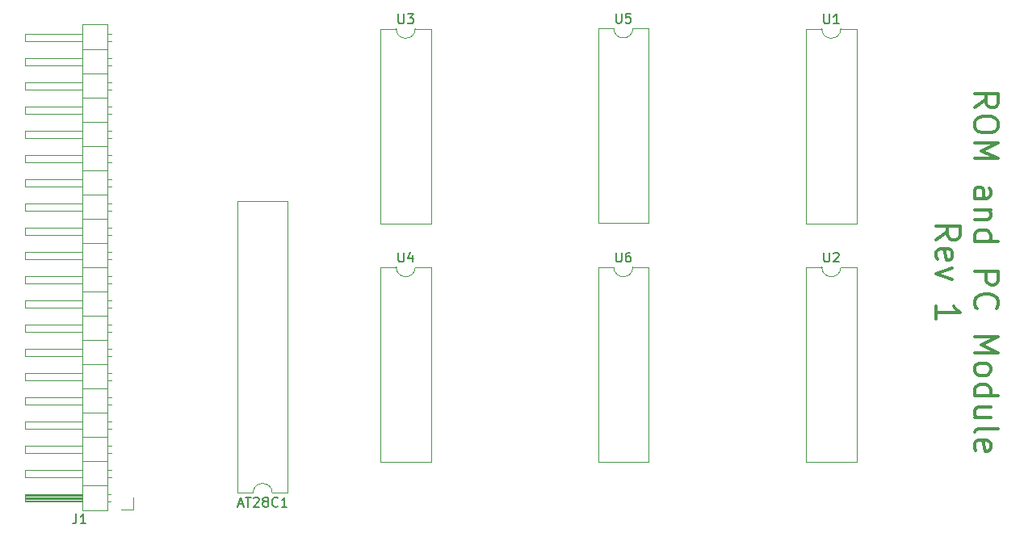
<source format=gbr>
%TF.GenerationSoftware,KiCad,Pcbnew,7.0.9*%
%TF.CreationDate,2024-01-29T12:05:15+11:00*%
%TF.ProjectId,rom-module,726f6d2d-6d6f-4647-956c-652e6b696361,rev?*%
%TF.SameCoordinates,Original*%
%TF.FileFunction,Legend,Top*%
%TF.FilePolarity,Positive*%
%FSLAX46Y46*%
G04 Gerber Fmt 4.6, Leading zero omitted, Abs format (unit mm)*
G04 Created by KiCad (PCBNEW 7.0.9) date 2024-01-29 12:05:15*
%MOMM*%
%LPD*%
G01*
G04 APERTURE LIST*
%ADD10C,0.300000*%
%ADD11C,0.150000*%
%ADD12C,0.120000*%
%ADD13O,1.600000X1.600000*%
%ADD14R,1.600000X1.600000*%
%ADD15O,1.700000X1.700000*%
%ADD16R,1.700000X1.700000*%
G04 APERTURE END LIST*
D10*
X194846552Y-56238094D02*
X196037028Y-55404761D01*
X194846552Y-54809523D02*
X197346552Y-54809523D01*
X197346552Y-54809523D02*
X197346552Y-55761904D01*
X197346552Y-55761904D02*
X197227504Y-55999999D01*
X197227504Y-55999999D02*
X197108457Y-56119046D01*
X197108457Y-56119046D02*
X196870361Y-56238094D01*
X196870361Y-56238094D02*
X196513219Y-56238094D01*
X196513219Y-56238094D02*
X196275123Y-56119046D01*
X196275123Y-56119046D02*
X196156076Y-55999999D01*
X196156076Y-55999999D02*
X196037028Y-55761904D01*
X196037028Y-55761904D02*
X196037028Y-54809523D01*
X197346552Y-57785713D02*
X197346552Y-58261904D01*
X197346552Y-58261904D02*
X197227504Y-58499999D01*
X197227504Y-58499999D02*
X196989409Y-58738094D01*
X196989409Y-58738094D02*
X196513219Y-58857142D01*
X196513219Y-58857142D02*
X195679885Y-58857142D01*
X195679885Y-58857142D02*
X195203695Y-58738094D01*
X195203695Y-58738094D02*
X194965600Y-58499999D01*
X194965600Y-58499999D02*
X194846552Y-58261904D01*
X194846552Y-58261904D02*
X194846552Y-57785713D01*
X194846552Y-57785713D02*
X194965600Y-57547618D01*
X194965600Y-57547618D02*
X195203695Y-57309523D01*
X195203695Y-57309523D02*
X195679885Y-57190475D01*
X195679885Y-57190475D02*
X196513219Y-57190475D01*
X196513219Y-57190475D02*
X196989409Y-57309523D01*
X196989409Y-57309523D02*
X197227504Y-57547618D01*
X197227504Y-57547618D02*
X197346552Y-57785713D01*
X194846552Y-59928571D02*
X197346552Y-59928571D01*
X197346552Y-59928571D02*
X195560838Y-60761904D01*
X195560838Y-60761904D02*
X197346552Y-61595237D01*
X197346552Y-61595237D02*
X194846552Y-61595237D01*
X194846552Y-65761904D02*
X196156076Y-65761904D01*
X196156076Y-65761904D02*
X196394171Y-65642857D01*
X196394171Y-65642857D02*
X196513219Y-65404761D01*
X196513219Y-65404761D02*
X196513219Y-64928571D01*
X196513219Y-64928571D02*
X196394171Y-64690476D01*
X194965600Y-65761904D02*
X194846552Y-65523809D01*
X194846552Y-65523809D02*
X194846552Y-64928571D01*
X194846552Y-64928571D02*
X194965600Y-64690476D01*
X194965600Y-64690476D02*
X195203695Y-64571428D01*
X195203695Y-64571428D02*
X195441790Y-64571428D01*
X195441790Y-64571428D02*
X195679885Y-64690476D01*
X195679885Y-64690476D02*
X195798933Y-64928571D01*
X195798933Y-64928571D02*
X195798933Y-65523809D01*
X195798933Y-65523809D02*
X195917980Y-65761904D01*
X196513219Y-66952381D02*
X194846552Y-66952381D01*
X196275123Y-66952381D02*
X196394171Y-67071428D01*
X196394171Y-67071428D02*
X196513219Y-67309523D01*
X196513219Y-67309523D02*
X196513219Y-67666666D01*
X196513219Y-67666666D02*
X196394171Y-67904762D01*
X196394171Y-67904762D02*
X196156076Y-68023809D01*
X196156076Y-68023809D02*
X194846552Y-68023809D01*
X194846552Y-70285714D02*
X197346552Y-70285714D01*
X194965600Y-70285714D02*
X194846552Y-70047619D01*
X194846552Y-70047619D02*
X194846552Y-69571428D01*
X194846552Y-69571428D02*
X194965600Y-69333333D01*
X194965600Y-69333333D02*
X195084647Y-69214286D01*
X195084647Y-69214286D02*
X195322742Y-69095238D01*
X195322742Y-69095238D02*
X196037028Y-69095238D01*
X196037028Y-69095238D02*
X196275123Y-69214286D01*
X196275123Y-69214286D02*
X196394171Y-69333333D01*
X196394171Y-69333333D02*
X196513219Y-69571428D01*
X196513219Y-69571428D02*
X196513219Y-70047619D01*
X196513219Y-70047619D02*
X196394171Y-70285714D01*
X194846552Y-73380953D02*
X197346552Y-73380953D01*
X197346552Y-73380953D02*
X197346552Y-74333334D01*
X197346552Y-74333334D02*
X197227504Y-74571429D01*
X197227504Y-74571429D02*
X197108457Y-74690476D01*
X197108457Y-74690476D02*
X196870361Y-74809524D01*
X196870361Y-74809524D02*
X196513219Y-74809524D01*
X196513219Y-74809524D02*
X196275123Y-74690476D01*
X196275123Y-74690476D02*
X196156076Y-74571429D01*
X196156076Y-74571429D02*
X196037028Y-74333334D01*
X196037028Y-74333334D02*
X196037028Y-73380953D01*
X195084647Y-77309524D02*
X194965600Y-77190476D01*
X194965600Y-77190476D02*
X194846552Y-76833334D01*
X194846552Y-76833334D02*
X194846552Y-76595238D01*
X194846552Y-76595238D02*
X194965600Y-76238095D01*
X194965600Y-76238095D02*
X195203695Y-76000000D01*
X195203695Y-76000000D02*
X195441790Y-75880953D01*
X195441790Y-75880953D02*
X195917980Y-75761905D01*
X195917980Y-75761905D02*
X196275123Y-75761905D01*
X196275123Y-75761905D02*
X196751314Y-75880953D01*
X196751314Y-75880953D02*
X196989409Y-76000000D01*
X196989409Y-76000000D02*
X197227504Y-76238095D01*
X197227504Y-76238095D02*
X197346552Y-76595238D01*
X197346552Y-76595238D02*
X197346552Y-76833334D01*
X197346552Y-76833334D02*
X197227504Y-77190476D01*
X197227504Y-77190476D02*
X197108457Y-77309524D01*
X194846552Y-80285715D02*
X197346552Y-80285715D01*
X197346552Y-80285715D02*
X195560838Y-81119048D01*
X195560838Y-81119048D02*
X197346552Y-81952381D01*
X197346552Y-81952381D02*
X194846552Y-81952381D01*
X194846552Y-83500000D02*
X194965600Y-83261905D01*
X194965600Y-83261905D02*
X195084647Y-83142858D01*
X195084647Y-83142858D02*
X195322742Y-83023810D01*
X195322742Y-83023810D02*
X196037028Y-83023810D01*
X196037028Y-83023810D02*
X196275123Y-83142858D01*
X196275123Y-83142858D02*
X196394171Y-83261905D01*
X196394171Y-83261905D02*
X196513219Y-83500000D01*
X196513219Y-83500000D02*
X196513219Y-83857143D01*
X196513219Y-83857143D02*
X196394171Y-84095239D01*
X196394171Y-84095239D02*
X196275123Y-84214286D01*
X196275123Y-84214286D02*
X196037028Y-84333334D01*
X196037028Y-84333334D02*
X195322742Y-84333334D01*
X195322742Y-84333334D02*
X195084647Y-84214286D01*
X195084647Y-84214286D02*
X194965600Y-84095239D01*
X194965600Y-84095239D02*
X194846552Y-83857143D01*
X194846552Y-83857143D02*
X194846552Y-83500000D01*
X194846552Y-86476191D02*
X197346552Y-86476191D01*
X194965600Y-86476191D02*
X194846552Y-86238096D01*
X194846552Y-86238096D02*
X194846552Y-85761905D01*
X194846552Y-85761905D02*
X194965600Y-85523810D01*
X194965600Y-85523810D02*
X195084647Y-85404763D01*
X195084647Y-85404763D02*
X195322742Y-85285715D01*
X195322742Y-85285715D02*
X196037028Y-85285715D01*
X196037028Y-85285715D02*
X196275123Y-85404763D01*
X196275123Y-85404763D02*
X196394171Y-85523810D01*
X196394171Y-85523810D02*
X196513219Y-85761905D01*
X196513219Y-85761905D02*
X196513219Y-86238096D01*
X196513219Y-86238096D02*
X196394171Y-86476191D01*
X196513219Y-88738096D02*
X194846552Y-88738096D01*
X196513219Y-87666668D02*
X195203695Y-87666668D01*
X195203695Y-87666668D02*
X194965600Y-87785715D01*
X194965600Y-87785715D02*
X194846552Y-88023810D01*
X194846552Y-88023810D02*
X194846552Y-88380953D01*
X194846552Y-88380953D02*
X194965600Y-88619049D01*
X194965600Y-88619049D02*
X195084647Y-88738096D01*
X194846552Y-90285715D02*
X194965600Y-90047620D01*
X194965600Y-90047620D02*
X195203695Y-89928573D01*
X195203695Y-89928573D02*
X197346552Y-89928573D01*
X194965600Y-92190478D02*
X194846552Y-91952382D01*
X194846552Y-91952382D02*
X194846552Y-91476192D01*
X194846552Y-91476192D02*
X194965600Y-91238097D01*
X194965600Y-91238097D02*
X195203695Y-91119049D01*
X195203695Y-91119049D02*
X196156076Y-91119049D01*
X196156076Y-91119049D02*
X196394171Y-91238097D01*
X196394171Y-91238097D02*
X196513219Y-91476192D01*
X196513219Y-91476192D02*
X196513219Y-91952382D01*
X196513219Y-91952382D02*
X196394171Y-92190478D01*
X196394171Y-92190478D02*
X196156076Y-92309525D01*
X196156076Y-92309525D02*
X195917980Y-92309525D01*
X195917980Y-92309525D02*
X195679885Y-91119049D01*
X190821552Y-70107143D02*
X192012028Y-69273810D01*
X190821552Y-68678572D02*
X193321552Y-68678572D01*
X193321552Y-68678572D02*
X193321552Y-69630953D01*
X193321552Y-69630953D02*
X193202504Y-69869048D01*
X193202504Y-69869048D02*
X193083457Y-69988095D01*
X193083457Y-69988095D02*
X192845361Y-70107143D01*
X192845361Y-70107143D02*
X192488219Y-70107143D01*
X192488219Y-70107143D02*
X192250123Y-69988095D01*
X192250123Y-69988095D02*
X192131076Y-69869048D01*
X192131076Y-69869048D02*
X192012028Y-69630953D01*
X192012028Y-69630953D02*
X192012028Y-68678572D01*
X190940600Y-72130953D02*
X190821552Y-71892857D01*
X190821552Y-71892857D02*
X190821552Y-71416667D01*
X190821552Y-71416667D02*
X190940600Y-71178572D01*
X190940600Y-71178572D02*
X191178695Y-71059524D01*
X191178695Y-71059524D02*
X192131076Y-71059524D01*
X192131076Y-71059524D02*
X192369171Y-71178572D01*
X192369171Y-71178572D02*
X192488219Y-71416667D01*
X192488219Y-71416667D02*
X192488219Y-71892857D01*
X192488219Y-71892857D02*
X192369171Y-72130953D01*
X192369171Y-72130953D02*
X192131076Y-72250000D01*
X192131076Y-72250000D02*
X191892980Y-72250000D01*
X191892980Y-72250000D02*
X191654885Y-71059524D01*
X192488219Y-73083333D02*
X190821552Y-73678571D01*
X190821552Y-73678571D02*
X192488219Y-74273810D01*
X190821552Y-78440476D02*
X190821552Y-77011905D01*
X190821552Y-77726191D02*
X193321552Y-77726191D01*
X193321552Y-77726191D02*
X192964409Y-77488095D01*
X192964409Y-77488095D02*
X192726314Y-77250000D01*
X192726314Y-77250000D02*
X192607266Y-77011905D01*
D11*
X134428095Y-71424819D02*
X134428095Y-72234342D01*
X134428095Y-72234342D02*
X134475714Y-72329580D01*
X134475714Y-72329580D02*
X134523333Y-72377200D01*
X134523333Y-72377200D02*
X134618571Y-72424819D01*
X134618571Y-72424819D02*
X134809047Y-72424819D01*
X134809047Y-72424819D02*
X134904285Y-72377200D01*
X134904285Y-72377200D02*
X134951904Y-72329580D01*
X134951904Y-72329580D02*
X134999523Y-72234342D01*
X134999523Y-72234342D02*
X134999523Y-71424819D01*
X135904285Y-71758152D02*
X135904285Y-72424819D01*
X135666190Y-71377200D02*
X135428095Y-72091485D01*
X135428095Y-72091485D02*
X136047142Y-72091485D01*
X157248095Y-71424819D02*
X157248095Y-72234342D01*
X157248095Y-72234342D02*
X157295714Y-72329580D01*
X157295714Y-72329580D02*
X157343333Y-72377200D01*
X157343333Y-72377200D02*
X157438571Y-72424819D01*
X157438571Y-72424819D02*
X157629047Y-72424819D01*
X157629047Y-72424819D02*
X157724285Y-72377200D01*
X157724285Y-72377200D02*
X157771904Y-72329580D01*
X157771904Y-72329580D02*
X157819523Y-72234342D01*
X157819523Y-72234342D02*
X157819523Y-71424819D01*
X158724285Y-71424819D02*
X158533809Y-71424819D01*
X158533809Y-71424819D02*
X158438571Y-71472438D01*
X158438571Y-71472438D02*
X158390952Y-71520057D01*
X158390952Y-71520057D02*
X158295714Y-71662914D01*
X158295714Y-71662914D02*
X158248095Y-71853390D01*
X158248095Y-71853390D02*
X158248095Y-72234342D01*
X158248095Y-72234342D02*
X158295714Y-72329580D01*
X158295714Y-72329580D02*
X158343333Y-72377200D01*
X158343333Y-72377200D02*
X158438571Y-72424819D01*
X158438571Y-72424819D02*
X158629047Y-72424819D01*
X158629047Y-72424819D02*
X158724285Y-72377200D01*
X158724285Y-72377200D02*
X158771904Y-72329580D01*
X158771904Y-72329580D02*
X158819523Y-72234342D01*
X158819523Y-72234342D02*
X158819523Y-71996247D01*
X158819523Y-71996247D02*
X158771904Y-71901009D01*
X158771904Y-71901009D02*
X158724285Y-71853390D01*
X158724285Y-71853390D02*
X158629047Y-71805771D01*
X158629047Y-71805771D02*
X158438571Y-71805771D01*
X158438571Y-71805771D02*
X158343333Y-71853390D01*
X158343333Y-71853390D02*
X158295714Y-71901009D01*
X158295714Y-71901009D02*
X158248095Y-71996247D01*
X157248095Y-46384819D02*
X157248095Y-47194342D01*
X157248095Y-47194342D02*
X157295714Y-47289580D01*
X157295714Y-47289580D02*
X157343333Y-47337200D01*
X157343333Y-47337200D02*
X157438571Y-47384819D01*
X157438571Y-47384819D02*
X157629047Y-47384819D01*
X157629047Y-47384819D02*
X157724285Y-47337200D01*
X157724285Y-47337200D02*
X157771904Y-47289580D01*
X157771904Y-47289580D02*
X157819523Y-47194342D01*
X157819523Y-47194342D02*
X157819523Y-46384819D01*
X158771904Y-46384819D02*
X158295714Y-46384819D01*
X158295714Y-46384819D02*
X158248095Y-46861009D01*
X158248095Y-46861009D02*
X158295714Y-46813390D01*
X158295714Y-46813390D02*
X158390952Y-46765771D01*
X158390952Y-46765771D02*
X158629047Y-46765771D01*
X158629047Y-46765771D02*
X158724285Y-46813390D01*
X158724285Y-46813390D02*
X158771904Y-46861009D01*
X158771904Y-46861009D02*
X158819523Y-46956247D01*
X158819523Y-46956247D02*
X158819523Y-47194342D01*
X158819523Y-47194342D02*
X158771904Y-47289580D01*
X158771904Y-47289580D02*
X158724285Y-47337200D01*
X158724285Y-47337200D02*
X158629047Y-47384819D01*
X158629047Y-47384819D02*
X158390952Y-47384819D01*
X158390952Y-47384819D02*
X158295714Y-47337200D01*
X158295714Y-47337200D02*
X158248095Y-47289580D01*
X134428095Y-46424819D02*
X134428095Y-47234342D01*
X134428095Y-47234342D02*
X134475714Y-47329580D01*
X134475714Y-47329580D02*
X134523333Y-47377200D01*
X134523333Y-47377200D02*
X134618571Y-47424819D01*
X134618571Y-47424819D02*
X134809047Y-47424819D01*
X134809047Y-47424819D02*
X134904285Y-47377200D01*
X134904285Y-47377200D02*
X134951904Y-47329580D01*
X134951904Y-47329580D02*
X134999523Y-47234342D01*
X134999523Y-47234342D02*
X134999523Y-46424819D01*
X135380476Y-46424819D02*
X135999523Y-46424819D01*
X135999523Y-46424819D02*
X135666190Y-46805771D01*
X135666190Y-46805771D02*
X135809047Y-46805771D01*
X135809047Y-46805771D02*
X135904285Y-46853390D01*
X135904285Y-46853390D02*
X135951904Y-46901009D01*
X135951904Y-46901009D02*
X135999523Y-46996247D01*
X135999523Y-46996247D02*
X135999523Y-47234342D01*
X135999523Y-47234342D02*
X135951904Y-47329580D01*
X135951904Y-47329580D02*
X135904285Y-47377200D01*
X135904285Y-47377200D02*
X135809047Y-47424819D01*
X135809047Y-47424819D02*
X135523333Y-47424819D01*
X135523333Y-47424819D02*
X135428095Y-47377200D01*
X135428095Y-47377200D02*
X135380476Y-47329580D01*
X179048095Y-71424819D02*
X179048095Y-72234342D01*
X179048095Y-72234342D02*
X179095714Y-72329580D01*
X179095714Y-72329580D02*
X179143333Y-72377200D01*
X179143333Y-72377200D02*
X179238571Y-72424819D01*
X179238571Y-72424819D02*
X179429047Y-72424819D01*
X179429047Y-72424819D02*
X179524285Y-72377200D01*
X179524285Y-72377200D02*
X179571904Y-72329580D01*
X179571904Y-72329580D02*
X179619523Y-72234342D01*
X179619523Y-72234342D02*
X179619523Y-71424819D01*
X180048095Y-71520057D02*
X180095714Y-71472438D01*
X180095714Y-71472438D02*
X180190952Y-71424819D01*
X180190952Y-71424819D02*
X180429047Y-71424819D01*
X180429047Y-71424819D02*
X180524285Y-71472438D01*
X180524285Y-71472438D02*
X180571904Y-71520057D01*
X180571904Y-71520057D02*
X180619523Y-71615295D01*
X180619523Y-71615295D02*
X180619523Y-71710533D01*
X180619523Y-71710533D02*
X180571904Y-71853390D01*
X180571904Y-71853390D02*
X180000476Y-72424819D01*
X180000476Y-72424819D02*
X180619523Y-72424819D01*
X179048095Y-46424819D02*
X179048095Y-47234342D01*
X179048095Y-47234342D02*
X179095714Y-47329580D01*
X179095714Y-47329580D02*
X179143333Y-47377200D01*
X179143333Y-47377200D02*
X179238571Y-47424819D01*
X179238571Y-47424819D02*
X179429047Y-47424819D01*
X179429047Y-47424819D02*
X179524285Y-47377200D01*
X179524285Y-47377200D02*
X179571904Y-47329580D01*
X179571904Y-47329580D02*
X179619523Y-47234342D01*
X179619523Y-47234342D02*
X179619523Y-46424819D01*
X180619523Y-47424819D02*
X180048095Y-47424819D01*
X180333809Y-47424819D02*
X180333809Y-46424819D01*
X180333809Y-46424819D02*
X180238571Y-46567676D01*
X180238571Y-46567676D02*
X180143333Y-46662914D01*
X180143333Y-46662914D02*
X180048095Y-46710533D01*
X100656666Y-98849819D02*
X100656666Y-99564104D01*
X100656666Y-99564104D02*
X100609047Y-99706961D01*
X100609047Y-99706961D02*
X100513809Y-99802200D01*
X100513809Y-99802200D02*
X100370952Y-99849819D01*
X100370952Y-99849819D02*
X100275714Y-99849819D01*
X101656666Y-99849819D02*
X101085238Y-99849819D01*
X101370952Y-99849819D02*
X101370952Y-98849819D01*
X101370952Y-98849819D02*
X101275714Y-98992676D01*
X101275714Y-98992676D02*
X101180476Y-99087914D01*
X101180476Y-99087914D02*
X101085238Y-99135533D01*
X117642381Y-97819104D02*
X118118571Y-97819104D01*
X117547143Y-98104819D02*
X117880476Y-97104819D01*
X117880476Y-97104819D02*
X118213809Y-98104819D01*
X118404286Y-97104819D02*
X118975714Y-97104819D01*
X118690000Y-98104819D02*
X118690000Y-97104819D01*
X119261429Y-97200057D02*
X119309048Y-97152438D01*
X119309048Y-97152438D02*
X119404286Y-97104819D01*
X119404286Y-97104819D02*
X119642381Y-97104819D01*
X119642381Y-97104819D02*
X119737619Y-97152438D01*
X119737619Y-97152438D02*
X119785238Y-97200057D01*
X119785238Y-97200057D02*
X119832857Y-97295295D01*
X119832857Y-97295295D02*
X119832857Y-97390533D01*
X119832857Y-97390533D02*
X119785238Y-97533390D01*
X119785238Y-97533390D02*
X119213810Y-98104819D01*
X119213810Y-98104819D02*
X119832857Y-98104819D01*
X120404286Y-97533390D02*
X120309048Y-97485771D01*
X120309048Y-97485771D02*
X120261429Y-97438152D01*
X120261429Y-97438152D02*
X120213810Y-97342914D01*
X120213810Y-97342914D02*
X120213810Y-97295295D01*
X120213810Y-97295295D02*
X120261429Y-97200057D01*
X120261429Y-97200057D02*
X120309048Y-97152438D01*
X120309048Y-97152438D02*
X120404286Y-97104819D01*
X120404286Y-97104819D02*
X120594762Y-97104819D01*
X120594762Y-97104819D02*
X120690000Y-97152438D01*
X120690000Y-97152438D02*
X120737619Y-97200057D01*
X120737619Y-97200057D02*
X120785238Y-97295295D01*
X120785238Y-97295295D02*
X120785238Y-97342914D01*
X120785238Y-97342914D02*
X120737619Y-97438152D01*
X120737619Y-97438152D02*
X120690000Y-97485771D01*
X120690000Y-97485771D02*
X120594762Y-97533390D01*
X120594762Y-97533390D02*
X120404286Y-97533390D01*
X120404286Y-97533390D02*
X120309048Y-97581009D01*
X120309048Y-97581009D02*
X120261429Y-97628628D01*
X120261429Y-97628628D02*
X120213810Y-97723866D01*
X120213810Y-97723866D02*
X120213810Y-97914342D01*
X120213810Y-97914342D02*
X120261429Y-98009580D01*
X120261429Y-98009580D02*
X120309048Y-98057200D01*
X120309048Y-98057200D02*
X120404286Y-98104819D01*
X120404286Y-98104819D02*
X120594762Y-98104819D01*
X120594762Y-98104819D02*
X120690000Y-98057200D01*
X120690000Y-98057200D02*
X120737619Y-98009580D01*
X120737619Y-98009580D02*
X120785238Y-97914342D01*
X120785238Y-97914342D02*
X120785238Y-97723866D01*
X120785238Y-97723866D02*
X120737619Y-97628628D01*
X120737619Y-97628628D02*
X120690000Y-97581009D01*
X120690000Y-97581009D02*
X120594762Y-97533390D01*
X121785238Y-98009580D02*
X121737619Y-98057200D01*
X121737619Y-98057200D02*
X121594762Y-98104819D01*
X121594762Y-98104819D02*
X121499524Y-98104819D01*
X121499524Y-98104819D02*
X121356667Y-98057200D01*
X121356667Y-98057200D02*
X121261429Y-97961961D01*
X121261429Y-97961961D02*
X121213810Y-97866723D01*
X121213810Y-97866723D02*
X121166191Y-97676247D01*
X121166191Y-97676247D02*
X121166191Y-97533390D01*
X121166191Y-97533390D02*
X121213810Y-97342914D01*
X121213810Y-97342914D02*
X121261429Y-97247676D01*
X121261429Y-97247676D02*
X121356667Y-97152438D01*
X121356667Y-97152438D02*
X121499524Y-97104819D01*
X121499524Y-97104819D02*
X121594762Y-97104819D01*
X121594762Y-97104819D02*
X121737619Y-97152438D01*
X121737619Y-97152438D02*
X121785238Y-97200057D01*
X122737619Y-98104819D02*
X122166191Y-98104819D01*
X122451905Y-98104819D02*
X122451905Y-97104819D01*
X122451905Y-97104819D02*
X122356667Y-97247676D01*
X122356667Y-97247676D02*
X122261429Y-97342914D01*
X122261429Y-97342914D02*
X122166191Y-97390533D01*
D12*
%TO.C,U4*%
X134190000Y-72970000D02*
G75*
G03*
X136190000Y-72970000I1000000J0D01*
G01*
X134190000Y-72970000D02*
X132540000Y-72970000D01*
X132540000Y-93410000D02*
X137840000Y-93410000D01*
X137840000Y-93410000D02*
X137840000Y-72970000D01*
X132540000Y-72970000D02*
X132540000Y-93410000D01*
X137840000Y-72970000D02*
X136190000Y-72970000D01*
%TO.C,U6*%
X157010000Y-72970000D02*
G75*
G03*
X159010000Y-72970000I1000000J0D01*
G01*
X157010000Y-72970000D02*
X155360000Y-72970000D01*
X155360000Y-93410000D02*
X160660000Y-93410000D01*
X160660000Y-93410000D02*
X160660000Y-72970000D01*
X155360000Y-72970000D02*
X155360000Y-93410000D01*
X160660000Y-72970000D02*
X159010000Y-72970000D01*
%TO.C,U5*%
X157010000Y-47930000D02*
G75*
G03*
X159010000Y-47930000I1000000J0D01*
G01*
X157010000Y-47930000D02*
X155360000Y-47930000D01*
X155360000Y-68370000D02*
X160660000Y-68370000D01*
X160660000Y-68370000D02*
X160660000Y-47930000D01*
X155360000Y-47930000D02*
X155360000Y-68370000D01*
X160660000Y-47930000D02*
X159010000Y-47930000D01*
%TO.C,U3*%
X134190000Y-47970000D02*
G75*
G03*
X136190000Y-47970000I1000000J0D01*
G01*
X134190000Y-47970000D02*
X132540000Y-47970000D01*
X132540000Y-68410000D02*
X137840000Y-68410000D01*
X137840000Y-68410000D02*
X137840000Y-47970000D01*
X132540000Y-47970000D02*
X132540000Y-68410000D01*
X137840000Y-47970000D02*
X136190000Y-47970000D01*
%TO.C,U2*%
X178810000Y-72970000D02*
G75*
G03*
X180810000Y-72970000I1000000J0D01*
G01*
X178810000Y-72970000D02*
X177160000Y-72970000D01*
X177160000Y-93410000D02*
X182460000Y-93410000D01*
X182460000Y-93410000D02*
X182460000Y-72970000D01*
X177160000Y-72970000D02*
X177160000Y-93410000D01*
X182460000Y-72970000D02*
X180810000Y-72970000D01*
%TO.C,U1*%
X178810000Y-47970000D02*
G75*
G03*
X180810000Y-47970000I1000000J0D01*
G01*
X178810000Y-47970000D02*
X177160000Y-47970000D01*
X177160000Y-68410000D02*
X182460000Y-68410000D01*
X182460000Y-68410000D02*
X182460000Y-47970000D01*
X177160000Y-47970000D02*
X177160000Y-68410000D01*
X182460000Y-47970000D02*
X180810000Y-47970000D01*
%TO.C,J1*%
X104332071Y-78965000D02*
X103935000Y-78965000D01*
X101275000Y-87345000D02*
X95275000Y-87345000D01*
X95275000Y-48485000D02*
X101275000Y-48485000D01*
X104332071Y-77185000D02*
X103935000Y-77185000D01*
X104332071Y-89125000D02*
X103935000Y-89125000D01*
X95275000Y-51785000D02*
X95275000Y-51025000D01*
X104332071Y-67025000D02*
X103935000Y-67025000D01*
X104332071Y-49245000D02*
X103935000Y-49245000D01*
X95275000Y-96745000D02*
X101275000Y-96745000D01*
X104332071Y-84805000D02*
X103935000Y-84805000D01*
X95275000Y-59405000D02*
X95275000Y-58645000D01*
X104332071Y-71345000D02*
X103935000Y-71345000D01*
X104332071Y-92425000D02*
X103935000Y-92425000D01*
X104332071Y-72105000D02*
X103935000Y-72105000D01*
X95275000Y-49245000D02*
X95275000Y-48485000D01*
X103935000Y-93315000D02*
X101275000Y-93315000D01*
X101275000Y-69565000D02*
X95275000Y-69565000D01*
X101275000Y-96845000D02*
X95275000Y-96845000D01*
X103935000Y-90775000D02*
X101275000Y-90775000D01*
X104332071Y-61945000D02*
X103935000Y-61945000D01*
X95275000Y-82265000D02*
X95275000Y-81505000D01*
X95275000Y-71345000D02*
X101275000Y-71345000D01*
X95275000Y-94965000D02*
X95275000Y-94205000D01*
X101275000Y-92425000D02*
X95275000Y-92425000D01*
X95275000Y-89125000D02*
X101275000Y-89125000D01*
X104332071Y-53565000D02*
X103935000Y-53565000D01*
X101275000Y-97505000D02*
X95275000Y-97505000D01*
X104332071Y-82265000D02*
X103935000Y-82265000D01*
X95275000Y-97505000D02*
X95275000Y-96745000D01*
X101275000Y-97085000D02*
X95275000Y-97085000D01*
X103935000Y-83155000D02*
X101275000Y-83155000D01*
X101275000Y-72105000D02*
X95275000Y-72105000D01*
X104332071Y-64485000D02*
X103935000Y-64485000D01*
X104332071Y-68805000D02*
X103935000Y-68805000D01*
X103935000Y-80615000D02*
X101275000Y-80615000D01*
X104332071Y-94965000D02*
X103935000Y-94965000D01*
X104332071Y-54325000D02*
X103935000Y-54325000D01*
X104332071Y-58645000D02*
X103935000Y-58645000D01*
X104265000Y-97505000D02*
X103935000Y-97505000D01*
X101275000Y-54325000D02*
X95275000Y-54325000D01*
X101275000Y-96965000D02*
X95275000Y-96965000D01*
X95275000Y-72105000D02*
X95275000Y-71345000D01*
X95275000Y-63725000D02*
X101275000Y-63725000D01*
X95275000Y-51025000D02*
X101275000Y-51025000D01*
X103935000Y-78075000D02*
X101275000Y-78075000D01*
X95275000Y-94205000D02*
X101275000Y-94205000D01*
X95275000Y-91665000D02*
X101275000Y-91665000D01*
X101275000Y-47535000D02*
X101275000Y-98455000D01*
X103935000Y-98455000D02*
X103935000Y-47535000D01*
X101275000Y-97445000D02*
X95275000Y-97445000D01*
X104332071Y-51025000D02*
X103935000Y-51025000D01*
X95275000Y-68805000D02*
X101275000Y-68805000D01*
X104332071Y-84045000D02*
X103935000Y-84045000D01*
X101275000Y-97325000D02*
X95275000Y-97325000D01*
X104332071Y-91665000D02*
X103935000Y-91665000D01*
X95275000Y-87345000D02*
X95275000Y-86585000D01*
X103935000Y-47535000D02*
X101275000Y-47535000D01*
X104332071Y-61185000D02*
X103935000Y-61185000D01*
X103935000Y-55215000D02*
X101275000Y-55215000D01*
X95275000Y-74645000D02*
X95275000Y-73885000D01*
X101275000Y-94965000D02*
X95275000Y-94965000D01*
X103935000Y-75535000D02*
X101275000Y-75535000D01*
X95275000Y-66265000D02*
X101275000Y-66265000D01*
X95275000Y-92425000D02*
X95275000Y-91665000D01*
X101275000Y-59405000D02*
X95275000Y-59405000D01*
X104332071Y-89885000D02*
X103935000Y-89885000D01*
X104332071Y-56865000D02*
X103935000Y-56865000D01*
X101275000Y-98455000D02*
X103935000Y-98455000D01*
X104332071Y-48485000D02*
X103935000Y-48485000D01*
X95275000Y-89885000D02*
X95275000Y-89125000D01*
X95275000Y-61945000D02*
X95275000Y-61185000D01*
X103935000Y-60295000D02*
X101275000Y-60295000D01*
X101275000Y-56865000D02*
X95275000Y-56865000D01*
X103935000Y-95855000D02*
X101275000Y-95855000D01*
X104332071Y-66265000D02*
X103935000Y-66265000D01*
X101275000Y-84805000D02*
X95275000Y-84805000D01*
X103935000Y-67915000D02*
X101275000Y-67915000D01*
X95275000Y-81505000D02*
X101275000Y-81505000D01*
X95275000Y-86585000D02*
X101275000Y-86585000D01*
X104332071Y-69565000D02*
X103935000Y-69565000D01*
X101275000Y-79725000D02*
X95275000Y-79725000D01*
X95275000Y-56105000D02*
X101275000Y-56105000D01*
X104332071Y-73885000D02*
X103935000Y-73885000D01*
X95275000Y-58645000D02*
X101275000Y-58645000D01*
X106645000Y-98395000D02*
X105375000Y-98395000D01*
X103935000Y-70455000D02*
X101275000Y-70455000D01*
X95275000Y-76425000D02*
X101275000Y-76425000D01*
X95275000Y-79725000D02*
X95275000Y-78965000D01*
X104332071Y-94205000D02*
X103935000Y-94205000D01*
X95275000Y-77185000D02*
X95275000Y-76425000D01*
X95275000Y-69565000D02*
X95275000Y-68805000D01*
X103935000Y-52675000D02*
X101275000Y-52675000D01*
X95275000Y-64485000D02*
X95275000Y-63725000D01*
X103935000Y-72995000D02*
X101275000Y-72995000D01*
X104332071Y-76425000D02*
X103935000Y-76425000D01*
X104332071Y-79725000D02*
X103935000Y-79725000D01*
X95275000Y-53565000D02*
X101275000Y-53565000D01*
X95275000Y-61185000D02*
X101275000Y-61185000D01*
X101275000Y-67025000D02*
X95275000Y-67025000D01*
X95275000Y-78965000D02*
X101275000Y-78965000D01*
X95275000Y-54325000D02*
X95275000Y-53565000D01*
X104332071Y-81505000D02*
X103935000Y-81505000D01*
X103935000Y-57755000D02*
X101275000Y-57755000D01*
X104332071Y-59405000D02*
X103935000Y-59405000D01*
X103935000Y-62835000D02*
X101275000Y-62835000D01*
X104332071Y-86585000D02*
X103935000Y-86585000D01*
X101275000Y-61945000D02*
X95275000Y-61945000D01*
X101275000Y-64485000D02*
X95275000Y-64485000D01*
X101275000Y-51785000D02*
X95275000Y-51785000D01*
X95275000Y-67025000D02*
X95275000Y-66265000D01*
X104332071Y-56105000D02*
X103935000Y-56105000D01*
X101275000Y-77185000D02*
X95275000Y-77185000D01*
X95275000Y-56865000D02*
X95275000Y-56105000D01*
X101275000Y-74645000D02*
X95275000Y-74645000D01*
X104332071Y-74645000D02*
X103935000Y-74645000D01*
X106645000Y-97125000D02*
X106645000Y-98395000D01*
X104332071Y-63725000D02*
X103935000Y-63725000D01*
X103935000Y-50135000D02*
X101275000Y-50135000D01*
X104332071Y-51785000D02*
X103935000Y-51785000D01*
X101275000Y-89885000D02*
X95275000Y-89885000D01*
X95275000Y-73885000D02*
X101275000Y-73885000D01*
X101275000Y-49245000D02*
X95275000Y-49245000D01*
X104332071Y-87345000D02*
X103935000Y-87345000D01*
X104265000Y-96745000D02*
X103935000Y-96745000D01*
X103935000Y-85695000D02*
X101275000Y-85695000D01*
X101275000Y-82265000D02*
X95275000Y-82265000D01*
X101275000Y-97205000D02*
X95275000Y-97205000D01*
X95275000Y-84805000D02*
X95275000Y-84045000D01*
X95275000Y-84045000D02*
X101275000Y-84045000D01*
X103935000Y-88235000D02*
X101275000Y-88235000D01*
X103935000Y-65375000D02*
X101275000Y-65375000D01*
%TO.C,AT28C1*%
X121190000Y-96650000D02*
G75*
G03*
X119190000Y-96650000I-1000000J0D01*
G01*
X121190000Y-96650000D02*
X122840000Y-96650000D01*
X117540000Y-96650000D02*
X119190000Y-96650000D01*
X117540000Y-66050000D02*
X117540000Y-96650000D01*
X122840000Y-96650000D02*
X122840000Y-66050000D01*
X122840000Y-66050000D02*
X117540000Y-66050000D01*
%TD*%
%LPC*%
D13*
%TO.C,U4*%
X139000000Y-74300000D03*
X139000000Y-76840000D03*
X139000000Y-79380000D03*
X139000000Y-81920000D03*
X139000000Y-84460000D03*
X139000000Y-87000000D03*
X139000000Y-89540000D03*
X139000000Y-92080000D03*
X131380000Y-92080000D03*
X131380000Y-89540000D03*
X131380000Y-87000000D03*
X131380000Y-84460000D03*
X131380000Y-81920000D03*
X131380000Y-79380000D03*
X131380000Y-76840000D03*
D14*
X131380000Y-74300000D03*
%TD*%
D13*
%TO.C,U6*%
X161820000Y-74300000D03*
X161820000Y-76840000D03*
X161820000Y-79380000D03*
X161820000Y-81920000D03*
X161820000Y-84460000D03*
X161820000Y-87000000D03*
X161820000Y-89540000D03*
X161820000Y-92080000D03*
X154200000Y-92080000D03*
X154200000Y-89540000D03*
X154200000Y-87000000D03*
X154200000Y-84460000D03*
X154200000Y-81920000D03*
X154200000Y-79380000D03*
X154200000Y-76840000D03*
D14*
X154200000Y-74300000D03*
%TD*%
D13*
%TO.C,U5*%
X161820000Y-49260000D03*
X161820000Y-51800000D03*
X161820000Y-54340000D03*
X161820000Y-56880000D03*
X161820000Y-59420000D03*
X161820000Y-61960000D03*
X161820000Y-64500000D03*
X161820000Y-67040000D03*
X154200000Y-67040000D03*
X154200000Y-64500000D03*
X154200000Y-61960000D03*
X154200000Y-59420000D03*
X154200000Y-56880000D03*
X154200000Y-54340000D03*
X154200000Y-51800000D03*
D14*
X154200000Y-49260000D03*
%TD*%
D13*
%TO.C,U3*%
X139000000Y-49300000D03*
X139000000Y-51840000D03*
X139000000Y-54380000D03*
X139000000Y-56920000D03*
X139000000Y-59460000D03*
X139000000Y-62000000D03*
X139000000Y-64540000D03*
X139000000Y-67080000D03*
X131380000Y-67080000D03*
X131380000Y-64540000D03*
X131380000Y-62000000D03*
X131380000Y-59460000D03*
X131380000Y-56920000D03*
X131380000Y-54380000D03*
X131380000Y-51840000D03*
D14*
X131380000Y-49300000D03*
%TD*%
D13*
%TO.C,U2*%
X183620000Y-74300000D03*
X183620000Y-76840000D03*
X183620000Y-79380000D03*
X183620000Y-81920000D03*
X183620000Y-84460000D03*
X183620000Y-87000000D03*
X183620000Y-89540000D03*
X183620000Y-92080000D03*
X176000000Y-92080000D03*
X176000000Y-89540000D03*
X176000000Y-87000000D03*
X176000000Y-84460000D03*
X176000000Y-81920000D03*
X176000000Y-79380000D03*
X176000000Y-76840000D03*
D14*
X176000000Y-74300000D03*
%TD*%
D13*
%TO.C,U1*%
X183620000Y-49300000D03*
X183620000Y-51840000D03*
X183620000Y-54380000D03*
X183620000Y-56920000D03*
X183620000Y-59460000D03*
X183620000Y-62000000D03*
X183620000Y-64540000D03*
X183620000Y-67080000D03*
X176000000Y-67080000D03*
X176000000Y-64540000D03*
X176000000Y-62000000D03*
X176000000Y-59460000D03*
X176000000Y-56920000D03*
X176000000Y-54380000D03*
X176000000Y-51840000D03*
D14*
X176000000Y-49300000D03*
%TD*%
D15*
%TO.C,J1*%
X105375000Y-48865000D03*
X105375000Y-51405000D03*
X105375000Y-53945000D03*
X105375000Y-56485000D03*
X105375000Y-59025000D03*
X105375000Y-61565000D03*
X105375000Y-64105000D03*
X105375000Y-66645000D03*
X105375000Y-69185000D03*
X105375000Y-71725000D03*
X105375000Y-74265000D03*
X105375000Y-76805000D03*
X105375000Y-79345000D03*
X105375000Y-81885000D03*
X105375000Y-84425000D03*
X105375000Y-86965000D03*
X105375000Y-89505000D03*
X105375000Y-92045000D03*
X105375000Y-94585000D03*
D16*
X105375000Y-97125000D03*
%TD*%
D13*
%TO.C,AT28C1*%
X116380000Y-95320000D03*
X116380000Y-92780000D03*
X116380000Y-90240000D03*
X116380000Y-87700000D03*
X116380000Y-85160000D03*
X116380000Y-82620000D03*
X116380000Y-80080000D03*
X116380000Y-77540000D03*
X116380000Y-75000000D03*
X116380000Y-72460000D03*
X116380000Y-69920000D03*
X116380000Y-67380000D03*
X124000000Y-67380000D03*
X124000000Y-69920000D03*
X124000000Y-72460000D03*
X124000000Y-75000000D03*
X124000000Y-77540000D03*
X124000000Y-80080000D03*
X124000000Y-82620000D03*
X124000000Y-85160000D03*
X124000000Y-87700000D03*
X124000000Y-90240000D03*
X124000000Y-92780000D03*
D14*
X124000000Y-95320000D03*
%TD*%
%LPD*%
M02*

</source>
